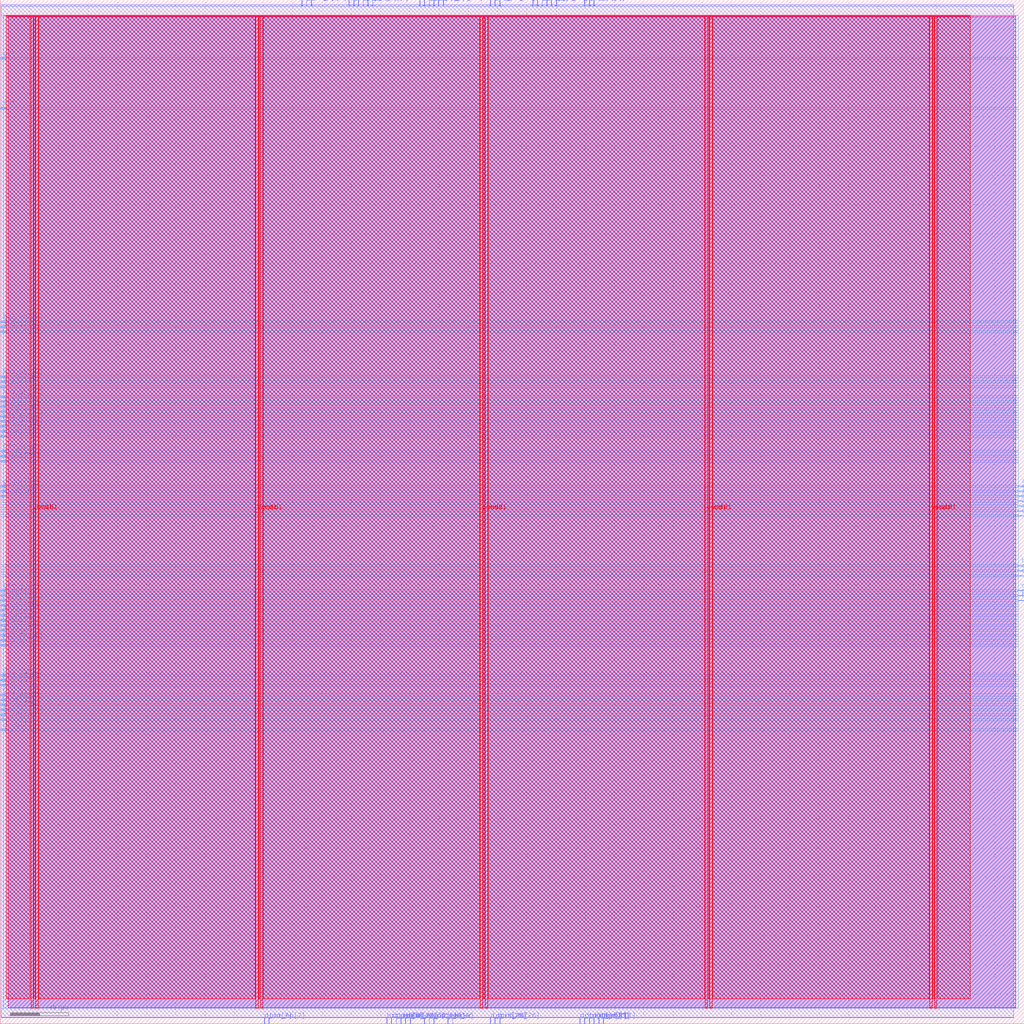
<source format=lef>
VERSION 5.7 ;
  NOWIREEXTENSIONATPIN ON ;
  DIVIDERCHAR "/" ;
  BUSBITCHARS "[]" ;
MACRO ffram
  CLASS BLOCK ;
  FOREIGN ffram ;
  ORIGIN 0.000 0.000 ;
  SIZE 700.000 BY 700.000 ;
  PIN addr[0]
    DIRECTION INPUT ;
    USE SIGNAL ;
    ANTENNAGATEAREA 0.631200 ;
    ANTENNADIFFAREA 0.434700 ;
    PORT
      LAYER met3 ;
        RECT 696.000 346.840 700.000 347.440 ;
    END
  END addr[0]
  PIN addr[1]
    DIRECTION INPUT ;
    USE SIGNAL ;
    ANTENNAGATEAREA 0.631200 ;
    ANTENNADIFFAREA 0.434700 ;
    PORT
      LAYER met3 ;
        RECT 696.000 350.240 700.000 350.840 ;
    END
  END addr[1]
  PIN addr[2]
    DIRECTION INPUT ;
    USE SIGNAL ;
    ANTENNAGATEAREA 0.631200 ;
    ANTENNADIFFAREA 0.434700 ;
    PORT
      LAYER met3 ;
        RECT 696.000 353.640 700.000 354.240 ;
    END
  END addr[2]
  PIN addr[3]
    DIRECTION INPUT ;
    USE SIGNAL ;
    ANTENNAGATEAREA 0.593700 ;
    ANTENNADIFFAREA 0.434700 ;
    PORT
      LAYER met3 ;
        RECT 696.000 357.040 700.000 357.640 ;
    END
  END addr[3]
  PIN addr[4]
    DIRECTION INPUT ;
    USE SIGNAL ;
    ANTENNAGATEAREA 0.631200 ;
    ANTENNADIFFAREA 0.434700 ;
    PORT
      LAYER met3 ;
        RECT 696.000 360.440 700.000 361.040 ;
    END
  END addr[4]
  PIN addr[5]
    DIRECTION INPUT ;
    USE SIGNAL ;
    ANTENNAGATEAREA 0.560700 ;
    ANTENNADIFFAREA 0.434700 ;
    PORT
      LAYER met3 ;
        RECT 696.000 363.840 700.000 364.440 ;
    END
  END addr[5]
  PIN addr[6]
    DIRECTION INPUT ;
    USE SIGNAL ;
    ANTENNAGATEAREA 0.560700 ;
    ANTENNADIFFAREA 0.434700 ;
    PORT
      LAYER met3 ;
        RECT 696.000 367.240 700.000 367.840 ;
    END
  END addr[6]
  PIN bit_en[0]
    DIRECTION INPUT ;
    USE SIGNAL ;
    ANTENNAGATEAREA 0.631200 ;
    ANTENNADIFFAREA 0.434700 ;
    PORT
      LAYER met2 ;
        RECT 264.130 0.000 264.410 4.000 ;
    END
  END bit_en[0]
  PIN bit_en[10]
    DIRECTION INPUT ;
    USE SIGNAL ;
    ANTENNAGATEAREA 0.647700 ;
    ANTENNADIFFAREA 0.434700 ;
    PORT
      LAYER met2 ;
        RECT 296.330 0.000 296.610 4.000 ;
    END
  END bit_en[10]
  PIN bit_en[11]
    DIRECTION INPUT ;
    USE SIGNAL ;
    ANTENNAGATEAREA 0.631200 ;
    ANTENNADIFFAREA 0.434700 ;
    PORT
      LAYER met3 ;
        RECT 0.000 258.440 4.000 259.040 ;
    END
  END bit_en[11]
  PIN bit_en[12]
    DIRECTION INPUT ;
    USE SIGNAL ;
    ANTENNAGATEAREA 0.631200 ;
    ANTENNADIFFAREA 0.434700 ;
    PORT
      LAYER met3 ;
        RECT 0.000 479.440 4.000 480.040 ;
    END
  END bit_en[12]
  PIN bit_en[13]
    DIRECTION INPUT ;
    USE SIGNAL ;
    ANTENNAGATEAREA 0.560700 ;
    ANTENNADIFFAREA 0.434700 ;
    PORT
      LAYER met2 ;
        RECT 402.590 0.000 402.870 4.000 ;
    END
  END bit_en[13]
  PIN bit_en[14]
    DIRECTION INPUT ;
    USE SIGNAL ;
    ANTENNAGATEAREA 0.631200 ;
    ANTENNADIFFAREA 0.434700 ;
    PORT
      LAYER met2 ;
        RECT 286.670 696.000 286.950 700.000 ;
    END
  END bit_en[14]
  PIN bit_en[15]
    DIRECTION INPUT ;
    USE SIGNAL ;
    ANTENNAGATEAREA 0.631200 ;
    ANTENNADIFFAREA 0.434700 ;
    PORT
      LAYER met3 ;
        RECT 0.000 428.440 4.000 429.040 ;
    END
  END bit_en[15]
  PIN bit_en[16]
    DIRECTION INPUT ;
    USE SIGNAL ;
    ANTENNAGATEAREA 0.560700 ;
    ANTENNADIFFAREA 0.434700 ;
    PORT
      LAYER met3 ;
        RECT 0.000 210.840 4.000 211.440 ;
    END
  END bit_en[16]
  PIN bit_en[17]
    DIRECTION INPUT ;
    USE SIGNAL ;
    ANTENNAGATEAREA 0.631200 ;
    ANTENNADIFFAREA 0.434700 ;
    PORT
      LAYER met2 ;
        RECT 338.190 696.000 338.470 700.000 ;
    END
  END bit_en[17]
  PIN bit_en[18]
    DIRECTION INPUT ;
    USE SIGNAL ;
    ANTENNAGATEAREA 0.631200 ;
    ANTENNADIFFAREA 0.434700 ;
    PORT
      LAYER met3 ;
        RECT 0.000 442.040 4.000 442.640 ;
    END
  END bit_en[18]
  PIN bit_en[19]
    DIRECTION INPUT ;
    USE SIGNAL ;
    ANTENNAGATEAREA 0.631200 ;
    ANTENNADIFFAREA 0.434700 ;
    PORT
      LAYER met3 ;
        RECT 0.000 411.440 4.000 412.040 ;
    END
  END bit_en[19]
  PIN bit_en[1]
    DIRECTION INPUT ;
    USE SIGNAL ;
    ANTENNAGATEAREA 0.631200 ;
    ANTENNADIFFAREA 0.434700 ;
    PORT
      LAYER met2 ;
        RECT 405.810 0.000 406.090 4.000 ;
    END
  END bit_en[1]
  PIN bit_en[20]
    DIRECTION INPUT ;
    USE SIGNAL ;
    ANTENNAGATEAREA 0.631200 ;
    ANTENNADIFFAREA 0.434700 ;
    PORT
      LAYER met3 ;
        RECT 0.000 261.840 4.000 262.440 ;
    END
  END bit_en[20]
  PIN bit_en[21]
    DIRECTION INPUT ;
    USE SIGNAL ;
    ANTENNAGATEAREA 0.631200 ;
    ANTENNADIFFAREA 0.434700 ;
    PORT
      LAYER met2 ;
        RECT 373.610 696.000 373.890 700.000 ;
    END
  END bit_en[21]
  PIN bit_en[22]
    DIRECTION INPUT ;
    USE SIGNAL ;
    ANTENNAGATEAREA 0.631200 ;
    ANTENNADIFFAREA 0.434700 ;
    PORT
      LAYER met2 ;
        RECT 280.230 0.000 280.510 4.000 ;
    END
  END bit_en[22]
  PIN bit_en[23]
    DIRECTION INPUT ;
    USE SIGNAL ;
    ANTENNAGATEAREA 0.631200 ;
    ANTENNADIFFAREA 0.434700 ;
    PORT
      LAYER met3 ;
        RECT 0.000 408.040 4.000 408.640 ;
    END
  END bit_en[23]
  PIN bit_en[24]
    DIRECTION INPUT ;
    USE SIGNAL ;
    ANTENNAGATEAREA 0.631200 ;
    ANTENNADIFFAREA 0.434700 ;
    PORT
      LAYER met3 ;
        RECT 0.000 363.840 4.000 364.440 ;
    END
  END bit_en[24]
  PIN bit_en[25]
    DIRECTION INPUT ;
    USE SIGNAL ;
    ANTENNAGATEAREA 0.593700 ;
    ANTENNADIFFAREA 0.434700 ;
    PORT
      LAYER met3 ;
        RECT 696.000 289.040 700.000 289.640 ;
    END
  END bit_en[25]
  PIN bit_en[26]
    DIRECTION INPUT ;
    USE SIGNAL ;
    ANTENNAGATEAREA 0.647700 ;
    ANTENNADIFFAREA 0.434700 ;
    PORT
      LAYER met2 ;
        RECT 341.410 0.000 341.690 4.000 ;
    END
  END bit_en[26]
  PIN bit_en[27]
    DIRECTION INPUT ;
    USE SIGNAL ;
    ANTENNAGATEAREA 0.631200 ;
    ANTENNADIFFAREA 0.434700 ;
    PORT
      LAYER met3 ;
        RECT 0.000 391.040 4.000 391.640 ;
    END
  END bit_en[27]
  PIN bit_en[28]
    DIRECTION INPUT ;
    USE SIGNAL ;
    ANTENNAGATEAREA 0.631200 ;
    ANTENNADIFFAREA 0.434700 ;
    PORT
      LAYER met3 ;
        RECT 0.000 285.640 4.000 286.240 ;
    END
  END bit_en[28]
  PIN bit_en[29]
    DIRECTION INPUT ;
    USE SIGNAL ;
    ANTENNAGATEAREA 0.631200 ;
    ANTENNADIFFAREA 0.434700 ;
    PORT
      LAYER met2 ;
        RECT 248.030 696.000 248.310 700.000 ;
    END
  END bit_en[29]
  PIN bit_en[2]
    DIRECTION INPUT ;
    USE SIGNAL ;
    ANTENNAGATEAREA 0.647700 ;
    ANTENNADIFFAREA 0.434700 ;
    PORT
      LAYER met3 ;
        RECT 0.000 295.840 4.000 296.440 ;
    END
  END bit_en[2]
  PIN bit_en[30]
    DIRECTION INPUT ;
    USE SIGNAL ;
    ANTENNAGATEAREA 0.631200 ;
    ANTENNADIFFAREA 0.434700 ;
    PORT
      LAYER met2 ;
        RECT 302.770 696.000 303.050 700.000 ;
    END
  END bit_en[30]
  PIN bit_en[31]
    DIRECTION INPUT ;
    USE SIGNAL ;
    ANTENNAGATEAREA 0.647700 ;
    ANTENNADIFFAREA 0.434700 ;
    PORT
      LAYER met3 ;
        RECT 0.000 221.040 4.000 221.640 ;
    END
  END bit_en[31]
  PIN bit_en[3]
    DIRECTION INPUT ;
    USE SIGNAL ;
    ANTENNAGATEAREA 0.631200 ;
    ANTENNADIFFAREA 0.434700 ;
    PORT
      LAYER met2 ;
        RECT 363.950 696.000 364.230 700.000 ;
    END
  END bit_en[3]
  PIN bit_en[4]
    DIRECTION INPUT ;
    USE SIGNAL ;
    ANTENNAGATEAREA 0.631200 ;
    ANTENNADIFFAREA 0.434700 ;
    PORT
      LAYER met2 ;
        RECT 212.610 696.000 212.890 700.000 ;
    END
  END bit_en[4]
  PIN bit_en[5]
    DIRECTION INPUT ;
    USE SIGNAL ;
    ANTENNAGATEAREA 0.631200 ;
    ANTENNADIFFAREA 0.434700 ;
    PORT
      LAYER met3 ;
        RECT 0.000 234.640 4.000 235.240 ;
    END
  END bit_en[5]
  PIN bit_en[6]
    DIRECTION INPUT ;
    USE SIGNAL ;
    ANTENNAGATEAREA 0.631200 ;
    ANTENNADIFFAREA 0.434700 ;
    PORT
      LAYER met2 ;
        RECT 402.590 696.000 402.870 700.000 ;
    END
  END bit_en[6]
  PIN bit_en[7]
    DIRECTION INPUT ;
    USE SIGNAL ;
    ANTENNAGATEAREA 0.631200 ;
    ANTENNADIFFAREA 0.434700 ;
    PORT
      LAYER met2 ;
        RECT 183.630 0.000 183.910 4.000 ;
    END
  END bit_en[7]
  PIN bit_en[8]
    DIRECTION INPUT ;
    USE SIGNAL ;
    ANTENNAGATEAREA 0.593700 ;
    ANTENNADIFFAREA 0.434700 ;
    PORT
      LAYER met3 ;
        RECT 696.000 312.840 700.000 313.440 ;
    END
  END bit_en[8]
  PIN bit_en[9]
    DIRECTION INPUT ;
    USE SIGNAL ;
    ANTENNAGATEAREA 0.647700 ;
    ANTENNADIFFAREA 0.434700 ;
    PORT
      LAYER met2 ;
        RECT 241.590 696.000 241.870 700.000 ;
    END
  END bit_en[9]
  PIN clk
    DIRECTION INPUT ;
    USE SIGNAL ;
    ANTENNAGATEAREA 1.286700 ;
    ANTENNADIFFAREA 0.434700 ;
    PORT
      LAYER met3 ;
        RECT 0.000 659.640 4.000 660.240 ;
    END
  END clk
  PIN d_in[0]
    DIRECTION INPUT ;
    USE SIGNAL ;
    ANTENNAGATEAREA 0.631200 ;
    ANTENNADIFFAREA 0.434700 ;
    PORT
      LAYER met2 ;
        RECT 270.570 0.000 270.850 4.000 ;
    END
  END d_in[0]
  PIN d_in[10]
    DIRECTION INPUT ;
    USE SIGNAL ;
    ANTENNAGATEAREA 0.647700 ;
    ANTENNADIFFAREA 0.434700 ;
    PORT
      LAYER met2 ;
        RECT 289.890 0.000 290.170 4.000 ;
    END
  END d_in[10]
  PIN d_in[11]
    DIRECTION INPUT ;
    USE SIGNAL ;
    ANTENNAGATEAREA 0.631200 ;
    ANTENNADIFFAREA 0.434700 ;
    PORT
      LAYER met3 ;
        RECT 0.000 275.440 4.000 276.040 ;
    END
  END d_in[11]
  PIN d_in[12]
    DIRECTION INPUT ;
    USE SIGNAL ;
    ANTENNAGATEAREA 0.631200 ;
    ANTENNADIFFAREA 0.434700 ;
    PORT
      LAYER met3 ;
        RECT 0.000 476.040 4.000 476.640 ;
    END
  END d_in[12]
  PIN d_in[13]
    DIRECTION INPUT ;
    USE SIGNAL ;
    ANTENNAGATEAREA 0.631200 ;
    ANTENNADIFFAREA 0.434700 ;
    PORT
      LAYER met2 ;
        RECT 396.150 0.000 396.430 4.000 ;
    END
  END d_in[13]
  PIN d_in[14]
    DIRECTION INPUT ;
    USE SIGNAL ;
    ANTENNAGATEAREA 0.631200 ;
    ANTENNADIFFAREA 0.434700 ;
    PORT
      LAYER met2 ;
        RECT 289.890 696.000 290.170 700.000 ;
    END
  END d_in[14]
  PIN d_in[15]
    DIRECTION INPUT ;
    USE SIGNAL ;
    ANTENNAGATEAREA 0.631200 ;
    ANTENNADIFFAREA 0.434700 ;
    PORT
      LAYER met3 ;
        RECT 0.000 425.040 4.000 425.640 ;
    END
  END d_in[15]
  PIN d_in[16]
    DIRECTION INPUT ;
    USE SIGNAL ;
    ANTENNAGATEAREA 0.631200 ;
    ANTENNADIFFAREA 0.434700 ;
    PORT
      LAYER met3 ;
        RECT 0.000 207.440 4.000 208.040 ;
    END
  END d_in[16]
  PIN d_in[17]
    DIRECTION INPUT ;
    USE SIGNAL ;
    ANTENNAGATEAREA 0.631200 ;
    ANTENNADIFFAREA 0.434700 ;
    PORT
      LAYER met2 ;
        RECT 334.970 696.000 335.250 700.000 ;
    END
  END d_in[17]
  PIN d_in[18]
    DIRECTION INPUT ;
    USE SIGNAL ;
    ANTENNAGATEAREA 0.631200 ;
    ANTENNADIFFAREA 0.434700 ;
    PORT
      LAYER met3 ;
        RECT 0.000 435.240 4.000 435.840 ;
    END
  END d_in[18]
  PIN d_in[19]
    DIRECTION INPUT ;
    USE SIGNAL ;
    ANTENNAGATEAREA 0.631200 ;
    ANTENNADIFFAREA 0.434700 ;
    PORT
      LAYER met3 ;
        RECT 0.000 414.840 4.000 415.440 ;
    END
  END d_in[19]
  PIN d_in[1]
    DIRECTION INPUT ;
    USE SIGNAL ;
    ANTENNAGATEAREA 0.631200 ;
    ANTENNADIFFAREA 0.434700 ;
    PORT
      LAYER met2 ;
        RECT 409.030 0.000 409.310 4.000 ;
    END
  END d_in[1]
  PIN d_in[20]
    DIRECTION INPUT ;
    USE SIGNAL ;
    ANTENNAGATEAREA 0.631200 ;
    ANTENNADIFFAREA 0.434700 ;
    PORT
      LAYER met3 ;
        RECT 0.000 265.240 4.000 265.840 ;
    END
  END d_in[20]
  PIN d_in[21]
    DIRECTION INPUT ;
    USE SIGNAL ;
    ANTENNAGATEAREA 0.631200 ;
    ANTENNADIFFAREA 0.434700 ;
    PORT
      LAYER met2 ;
        RECT 380.050 696.000 380.330 700.000 ;
    END
  END d_in[21]
  PIN d_in[22]
    DIRECTION INPUT ;
    USE SIGNAL ;
    ANTENNAGATEAREA 0.631200 ;
    ANTENNADIFFAREA 0.434700 ;
    PORT
      LAYER met2 ;
        RECT 277.010 0.000 277.290 4.000 ;
    END
  END d_in[22]
  PIN d_in[23]
    DIRECTION INPUT ;
    USE SIGNAL ;
    ANTENNAGATEAREA 0.631200 ;
    ANTENNADIFFAREA 0.434700 ;
    PORT
      LAYER met3 ;
        RECT 0.000 401.240 4.000 401.840 ;
    END
  END d_in[23]
  PIN d_in[24]
    DIRECTION INPUT ;
    USE SIGNAL ;
    ANTENNAGATEAREA 0.631200 ;
    ANTENNADIFFAREA 0.434700 ;
    PORT
      LAYER met3 ;
        RECT 0.000 360.440 4.000 361.040 ;
    END
  END d_in[24]
  PIN d_in[25]
    DIRECTION INPUT ;
    USE SIGNAL ;
    ANTENNAGATEAREA 0.593700 ;
    ANTENNADIFFAREA 0.434700 ;
    PORT
      LAYER met3 ;
        RECT 696.000 295.840 700.000 296.440 ;
    END
  END d_in[25]
  PIN d_in[26]
    DIRECTION INPUT ;
    USE SIGNAL ;
    ANTENNAGATEAREA 0.647700 ;
    ANTENNADIFFAREA 0.434700 ;
    PORT
      LAYER met2 ;
        RECT 338.190 0.000 338.470 4.000 ;
    END
  END d_in[26]
  PIN d_in[27]
    DIRECTION INPUT ;
    USE SIGNAL ;
    ANTENNAGATEAREA 0.631200 ;
    ANTENNADIFFAREA 0.434700 ;
    PORT
      LAYER met3 ;
        RECT 0.000 387.640 4.000 388.240 ;
    END
  END d_in[27]
  PIN d_in[28]
    DIRECTION INPUT ;
    USE SIGNAL ;
    ANTENNAGATEAREA 0.631200 ;
    ANTENNADIFFAREA 0.434700 ;
    PORT
      LAYER met3 ;
        RECT 0.000 278.840 4.000 279.440 ;
    END
  END d_in[28]
  PIN d_in[29]
    DIRECTION INPUT ;
    USE SIGNAL ;
    ANTENNAGATEAREA 0.631200 ;
    ANTENNADIFFAREA 0.434700 ;
    PORT
      LAYER met2 ;
        RECT 251.250 696.000 251.530 700.000 ;
    END
  END d_in[29]
  PIN d_in[2]
    DIRECTION INPUT ;
    USE SIGNAL ;
    ANTENNAGATEAREA 0.647700 ;
    ANTENNADIFFAREA 0.434700 ;
    PORT
      LAYER met3 ;
        RECT 0.000 289.040 4.000 289.640 ;
    END
  END d_in[2]
  PIN d_in[30]
    DIRECTION INPUT ;
    USE SIGNAL ;
    ANTENNAGATEAREA 0.631200 ;
    ANTENNADIFFAREA 0.434700 ;
    PORT
      LAYER met2 ;
        RECT 299.550 696.000 299.830 700.000 ;
    END
  END d_in[30]
  PIN d_in[31]
    DIRECTION INPUT ;
    USE SIGNAL ;
    ANTENNAGATEAREA 0.647700 ;
    ANTENNADIFFAREA 0.434700 ;
    PORT
      LAYER met3 ;
        RECT 0.000 217.640 4.000 218.240 ;
    END
  END d_in[31]
  PIN d_in[3]
    DIRECTION INPUT ;
    USE SIGNAL ;
    ANTENNAGATEAREA 0.631200 ;
    ANTENNADIFFAREA 0.434700 ;
    PORT
      LAYER met2 ;
        RECT 367.170 696.000 367.450 700.000 ;
    END
  END d_in[3]
  PIN d_in[4]
    DIRECTION INPUT ;
    USE SIGNAL ;
    ANTENNAGATEAREA 0.631200 ;
    ANTENNADIFFAREA 0.434700 ;
    PORT
      LAYER met2 ;
        RECT 209.390 696.000 209.670 700.000 ;
    END
  END d_in[4]
  PIN d_in[5]
    DIRECTION INPUT ;
    USE SIGNAL ;
    ANTENNAGATEAREA 0.631200 ;
    ANTENNADIFFAREA 0.434700 ;
    PORT
      LAYER met3 ;
        RECT 0.000 231.240 4.000 231.840 ;
    END
  END d_in[5]
  PIN d_in[6]
    DIRECTION INPUT ;
    USE SIGNAL ;
    ANTENNAGATEAREA 0.631200 ;
    ANTENNADIFFAREA 0.434700 ;
    PORT
      LAYER met2 ;
        RECT 405.810 696.000 406.090 700.000 ;
    END
  END d_in[6]
  PIN d_in[7]
    DIRECTION INPUT ;
    USE SIGNAL ;
    ANTENNAGATEAREA 0.631200 ;
    ANTENNADIFFAREA 0.434700 ;
    PORT
      LAYER met2 ;
        RECT 180.410 0.000 180.690 4.000 ;
    END
  END d_in[7]
  PIN d_in[8]
    DIRECTION INPUT ;
    USE SIGNAL ;
    ANTENNAGATEAREA 0.593700 ;
    ANTENNADIFFAREA 0.434700 ;
    PORT
      LAYER met3 ;
        RECT 696.000 309.440 700.000 310.040 ;
    END
  END d_in[8]
  PIN d_in[9]
    DIRECTION INPUT ;
    USE SIGNAL ;
    ANTENNAGATEAREA 0.647700 ;
    ANTENNADIFFAREA 0.434700 ;
    PORT
      LAYER met2 ;
        RECT 238.370 696.000 238.650 700.000 ;
    END
  END d_in[9]
  PIN d_out[0]
    DIRECTION OUTPUT ;
    USE SIGNAL ;
    ANTENNADIFFAREA 0.445500 ;
    PORT
      LAYER met2 ;
        RECT 267.350 0.000 267.630 4.000 ;
    END
  END d_out[0]
  PIN d_out[10]
    DIRECTION OUTPUT ;
    USE SIGNAL ;
    ANTENNADIFFAREA 0.445500 ;
    PORT
      LAYER met2 ;
        RECT 293.110 0.000 293.390 4.000 ;
    END
  END d_out[10]
  PIN d_out[11]
    DIRECTION OUTPUT ;
    USE SIGNAL ;
    ANTENNADIFFAREA 0.445500 ;
    PORT
      LAYER met3 ;
        RECT 0.000 272.040 4.000 272.640 ;
    END
  END d_out[11]
  PIN d_out[12]
    DIRECTION OUTPUT ;
    USE SIGNAL ;
    ANTENNADIFFAREA 0.445500 ;
    PORT
      LAYER met3 ;
        RECT 0.000 472.640 4.000 473.240 ;
    END
  END d_out[12]
  PIN d_out[13]
    DIRECTION OUTPUT ;
    USE SIGNAL ;
    ANTENNADIFFAREA 0.445500 ;
    PORT
      LAYER met2 ;
        RECT 399.370 0.000 399.650 4.000 ;
    END
  END d_out[13]
  PIN d_out[14]
    DIRECTION OUTPUT ;
    USE SIGNAL ;
    ANTENNADIFFAREA 0.445500 ;
    PORT
      LAYER met2 ;
        RECT 296.330 696.000 296.610 700.000 ;
    END
  END d_out[14]
  PIN d_out[15]
    DIRECTION OUTPUT ;
    USE SIGNAL ;
    ANTENNADIFFAREA 0.445500 ;
    PORT
      LAYER met3 ;
        RECT 0.000 421.640 4.000 422.240 ;
    END
  END d_out[15]
  PIN d_out[16]
    DIRECTION OUTPUT ;
    USE SIGNAL ;
    ANTENNADIFFAREA 0.445500 ;
    PORT
      LAYER met3 ;
        RECT 0.000 214.240 4.000 214.840 ;
    END
  END d_out[16]
  PIN d_out[17]
    DIRECTION OUTPUT ;
    USE SIGNAL ;
    ANTENNADIFFAREA 0.445500 ;
    PORT
      LAYER met2 ;
        RECT 341.410 696.000 341.690 700.000 ;
    END
  END d_out[17]
  PIN d_out[18]
    DIRECTION OUTPUT ;
    USE SIGNAL ;
    ANTENNADIFFAREA 0.445500 ;
    PORT
      LAYER met3 ;
        RECT 0.000 438.640 4.000 439.240 ;
    END
  END d_out[18]
  PIN d_out[19]
    DIRECTION OUTPUT ;
    USE SIGNAL ;
    ANTENNADIFFAREA 0.445500 ;
    PORT
      LAYER met3 ;
        RECT 0.000 418.240 4.000 418.840 ;
    END
  END d_out[19]
  PIN d_out[1]
    DIRECTION OUTPUT ;
    USE SIGNAL ;
    ANTENNADIFFAREA 0.445500 ;
    PORT
      LAYER met2 ;
        RECT 412.250 0.000 412.530 4.000 ;
    END
  END d_out[1]
  PIN d_out[20]
    DIRECTION OUTPUT ;
    USE SIGNAL ;
    ANTENNADIFFAREA 0.445500 ;
    PORT
      LAYER met3 ;
        RECT 0.000 268.640 4.000 269.240 ;
    END
  END d_out[20]
  PIN d_out[21]
    DIRECTION OUTPUT ;
    USE SIGNAL ;
    ANTENNADIFFAREA 0.445500 ;
    PORT
      LAYER met2 ;
        RECT 376.830 696.000 377.110 700.000 ;
    END
  END d_out[21]
  PIN d_out[22]
    DIRECTION OUTPUT ;
    USE SIGNAL ;
    ANTENNADIFFAREA 0.445500 ;
    PORT
      LAYER met2 ;
        RECT 273.790 0.000 274.070 4.000 ;
    END
  END d_out[22]
  PIN d_out[23]
    DIRECTION OUTPUT ;
    USE SIGNAL ;
    ANTENNADIFFAREA 0.445500 ;
    PORT
      LAYER met3 ;
        RECT 0.000 404.640 4.000 405.240 ;
    END
  END d_out[23]
  PIN d_out[24]
    DIRECTION OUTPUT ;
    USE SIGNAL ;
    ANTENNADIFFAREA 0.445500 ;
    PORT
      LAYER met3 ;
        RECT 0.000 367.240 4.000 367.840 ;
    END
  END d_out[24]
  PIN d_out[25]
    DIRECTION OUTPUT ;
    USE SIGNAL ;
    ANTENNADIFFAREA 0.445500 ;
    PORT
      LAYER met3 ;
        RECT 696.000 292.440 700.000 293.040 ;
    END
  END d_out[25]
  PIN d_out[26]
    DIRECTION OUTPUT ;
    USE SIGNAL ;
    ANTENNADIFFAREA 0.445500 ;
    PORT
      LAYER met2 ;
        RECT 334.970 0.000 335.250 4.000 ;
    END
  END d_out[26]
  PIN d_out[27]
    DIRECTION OUTPUT ;
    USE SIGNAL ;
    ANTENNADIFFAREA 0.445500 ;
    PORT
      LAYER met3 ;
        RECT 0.000 384.240 4.000 384.840 ;
    END
  END d_out[27]
  PIN d_out[28]
    DIRECTION OUTPUT ;
    USE SIGNAL ;
    ANTENNADIFFAREA 0.445500 ;
    PORT
      LAYER met3 ;
        RECT 0.000 282.240 4.000 282.840 ;
    END
  END d_out[28]
  PIN d_out[29]
    DIRECTION OUTPUT ;
    USE SIGNAL ;
    ANTENNADIFFAREA 0.445500 ;
    PORT
      LAYER met2 ;
        RECT 254.470 696.000 254.750 700.000 ;
    END
  END d_out[29]
  PIN d_out[2]
    DIRECTION OUTPUT ;
    USE SIGNAL ;
    ANTENNADIFFAREA 0.445500 ;
    PORT
      LAYER met3 ;
        RECT 0.000 292.440 4.000 293.040 ;
    END
  END d_out[2]
  PIN d_out[30]
    DIRECTION OUTPUT ;
    USE SIGNAL ;
    ANTENNADIFFAREA 0.445500 ;
    PORT
      LAYER met2 ;
        RECT 293.110 696.000 293.390 700.000 ;
    END
  END d_out[30]
  PIN d_out[31]
    DIRECTION OUTPUT ;
    USE SIGNAL ;
    ANTENNADIFFAREA 0.445500 ;
    PORT
      LAYER met3 ;
        RECT 0.000 224.440 4.000 225.040 ;
    END
  END d_out[31]
  PIN d_out[3]
    DIRECTION OUTPUT ;
    USE SIGNAL ;
    ANTENNADIFFAREA 0.445500 ;
    PORT
      LAYER met2 ;
        RECT 370.390 696.000 370.670 700.000 ;
    END
  END d_out[3]
  PIN d_out[4]
    DIRECTION OUTPUT ;
    USE SIGNAL ;
    ANTENNADIFFAREA 0.445500 ;
    PORT
      LAYER met2 ;
        RECT 206.170 696.000 206.450 700.000 ;
    END
  END d_out[4]
  PIN d_out[5]
    DIRECTION OUTPUT ;
    USE SIGNAL ;
    ANTENNADIFFAREA 0.445500 ;
    PORT
      LAYER met3 ;
        RECT 0.000 238.040 4.000 238.640 ;
    END
  END d_out[5]
  PIN d_out[6]
    DIRECTION OUTPUT ;
    USE SIGNAL ;
    ANTENNADIFFAREA 0.445500 ;
    PORT
      LAYER met2 ;
        RECT 399.370 696.000 399.650 700.000 ;
    END
  END d_out[6]
  PIN d_out[7]
    DIRECTION OUTPUT ;
    USE SIGNAL ;
    ANTENNADIFFAREA 0.445500 ;
    PORT
      LAYER met3 ;
        RECT 0.000 200.640 4.000 201.240 ;
    END
  END d_out[7]
  PIN d_out[8]
    DIRECTION OUTPUT ;
    USE SIGNAL ;
    ANTENNADIFFAREA 0.445500 ;
    PORT
      LAYER met3 ;
        RECT 696.000 306.040 700.000 306.640 ;
    END
  END d_out[8]
  PIN d_out[9]
    DIRECTION OUTPUT ;
    USE SIGNAL ;
    ANTENNADIFFAREA 0.445500 ;
    PORT
      LAYER met2 ;
        RECT 244.810 696.000 245.090 700.000 ;
    END
  END d_out[9]
  PIN r_en
    DIRECTION INPUT ;
    USE SIGNAL ;
    ANTENNAGATEAREA 0.593700 ;
    ANTENNADIFFAREA 0.434700 ;
    PORT
      LAYER met2 ;
        RECT 305.990 0.000 306.270 4.000 ;
    END
  END r_en
  PIN rst
    DIRECTION INPUT ;
    USE SIGNAL ;
    ANTENNAGATEAREA 0.631200 ;
    ANTENNADIFFAREA 0.434700 ;
    PORT
      LAYER met3 ;
        RECT 0.000 625.640 4.000 626.240 ;
    END
  END rst
  PIN vccd1
    DIRECTION INOUT ;
    USE POWER ;
    PORT
      LAYER met4 ;
        RECT 21.040 10.640 22.640 688.400 ;
    END
    PORT
      LAYER met4 ;
        RECT 174.640 10.640 176.240 688.400 ;
    END
    PORT
      LAYER met4 ;
        RECT 328.240 10.640 329.840 688.400 ;
    END
    PORT
      LAYER met4 ;
        RECT 481.840 10.640 483.440 688.400 ;
    END
    PORT
      LAYER met4 ;
        RECT 635.440 10.640 637.040 688.400 ;
    END
  END vccd1
  PIN vssd1
    DIRECTION INOUT ;
    USE GROUND ;
    PORT
      LAYER met4 ;
        RECT 24.340 10.640 25.940 688.400 ;
    END
    PORT
      LAYER met4 ;
        RECT 177.940 10.640 179.540 688.400 ;
    END
    PORT
      LAYER met4 ;
        RECT 331.540 10.640 333.140 688.400 ;
    END
    PORT
      LAYER met4 ;
        RECT 485.140 10.640 486.740 688.400 ;
    END
    PORT
      LAYER met4 ;
        RECT 638.740 10.640 640.340 688.400 ;
    END
  END vssd1
  PIN wb_en
    DIRECTION INPUT ;
    USE SIGNAL ;
    ANTENNAGATEAREA 0.593700 ;
    ANTENNADIFFAREA 0.434700 ;
    PORT
      LAYER met2 ;
        RECT 309.210 0.000 309.490 4.000 ;
    END
  END wb_en
  OBS
      LAYER nwell ;
        RECT 5.330 10.795 694.330 688.350 ;
      LAYER li1 ;
        RECT 5.520 10.795 694.140 688.245 ;
      LAYER met1 ;
        RECT 1.910 10.640 694.140 689.140 ;
      LAYER met2 ;
        RECT 0.550 695.720 205.890 696.730 ;
        RECT 206.730 695.720 209.110 696.730 ;
        RECT 209.950 695.720 212.330 696.730 ;
        RECT 213.170 695.720 238.090 696.730 ;
        RECT 238.930 695.720 241.310 696.730 ;
        RECT 242.150 695.720 244.530 696.730 ;
        RECT 245.370 695.720 247.750 696.730 ;
        RECT 248.590 695.720 250.970 696.730 ;
        RECT 251.810 695.720 254.190 696.730 ;
        RECT 255.030 695.720 286.390 696.730 ;
        RECT 287.230 695.720 289.610 696.730 ;
        RECT 290.450 695.720 292.830 696.730 ;
        RECT 293.670 695.720 296.050 696.730 ;
        RECT 296.890 695.720 299.270 696.730 ;
        RECT 300.110 695.720 302.490 696.730 ;
        RECT 303.330 695.720 334.690 696.730 ;
        RECT 335.530 695.720 337.910 696.730 ;
        RECT 338.750 695.720 341.130 696.730 ;
        RECT 341.970 695.720 363.670 696.730 ;
        RECT 364.510 695.720 366.890 696.730 ;
        RECT 367.730 695.720 370.110 696.730 ;
        RECT 370.950 695.720 373.330 696.730 ;
        RECT 374.170 695.720 376.550 696.730 ;
        RECT 377.390 695.720 379.770 696.730 ;
        RECT 380.610 695.720 399.090 696.730 ;
        RECT 399.930 695.720 402.310 696.730 ;
        RECT 403.150 695.720 405.530 696.730 ;
        RECT 406.370 695.720 692.670 696.730 ;
        RECT 0.550 4.280 692.670 695.720 ;
        RECT 0.550 4.000 180.130 4.280 ;
        RECT 180.970 4.000 183.350 4.280 ;
        RECT 184.190 4.000 263.850 4.280 ;
        RECT 264.690 4.000 267.070 4.280 ;
        RECT 267.910 4.000 270.290 4.280 ;
        RECT 271.130 4.000 273.510 4.280 ;
        RECT 274.350 4.000 276.730 4.280 ;
        RECT 277.570 4.000 279.950 4.280 ;
        RECT 280.790 4.000 289.610 4.280 ;
        RECT 290.450 4.000 292.830 4.280 ;
        RECT 293.670 4.000 296.050 4.280 ;
        RECT 296.890 4.000 305.710 4.280 ;
        RECT 306.550 4.000 308.930 4.280 ;
        RECT 309.770 4.000 334.690 4.280 ;
        RECT 335.530 4.000 337.910 4.280 ;
        RECT 338.750 4.000 341.130 4.280 ;
        RECT 341.970 4.000 395.870 4.280 ;
        RECT 396.710 4.000 399.090 4.280 ;
        RECT 399.930 4.000 402.310 4.280 ;
        RECT 403.150 4.000 405.530 4.280 ;
        RECT 406.370 4.000 408.750 4.280 ;
        RECT 409.590 4.000 411.970 4.280 ;
        RECT 412.810 4.000 692.670 4.280 ;
      LAYER met3 ;
        RECT 0.525 660.640 696.000 689.345 ;
        RECT 4.400 659.240 696.000 660.640 ;
        RECT 0.525 626.640 696.000 659.240 ;
        RECT 4.400 625.240 696.000 626.640 ;
        RECT 0.525 480.440 696.000 625.240 ;
        RECT 4.400 479.040 696.000 480.440 ;
        RECT 0.525 477.040 696.000 479.040 ;
        RECT 4.400 475.640 696.000 477.040 ;
        RECT 0.525 473.640 696.000 475.640 ;
        RECT 4.400 472.240 696.000 473.640 ;
        RECT 0.525 443.040 696.000 472.240 ;
        RECT 4.400 441.640 696.000 443.040 ;
        RECT 0.525 439.640 696.000 441.640 ;
        RECT 4.400 438.240 696.000 439.640 ;
        RECT 0.525 436.240 696.000 438.240 ;
        RECT 4.400 434.840 696.000 436.240 ;
        RECT 0.525 429.440 696.000 434.840 ;
        RECT 4.400 428.040 696.000 429.440 ;
        RECT 0.525 426.040 696.000 428.040 ;
        RECT 4.400 424.640 696.000 426.040 ;
        RECT 0.525 422.640 696.000 424.640 ;
        RECT 4.400 421.240 696.000 422.640 ;
        RECT 0.525 419.240 696.000 421.240 ;
        RECT 4.400 417.840 696.000 419.240 ;
        RECT 0.525 415.840 696.000 417.840 ;
        RECT 4.400 414.440 696.000 415.840 ;
        RECT 0.525 412.440 696.000 414.440 ;
        RECT 4.400 411.040 696.000 412.440 ;
        RECT 0.525 409.040 696.000 411.040 ;
        RECT 4.400 407.640 696.000 409.040 ;
        RECT 0.525 405.640 696.000 407.640 ;
        RECT 4.400 404.240 696.000 405.640 ;
        RECT 0.525 402.240 696.000 404.240 ;
        RECT 4.400 400.840 696.000 402.240 ;
        RECT 0.525 392.040 696.000 400.840 ;
        RECT 4.400 390.640 696.000 392.040 ;
        RECT 0.525 388.640 696.000 390.640 ;
        RECT 4.400 387.240 696.000 388.640 ;
        RECT 0.525 385.240 696.000 387.240 ;
        RECT 4.400 383.840 696.000 385.240 ;
        RECT 0.525 368.240 696.000 383.840 ;
        RECT 4.400 366.840 695.600 368.240 ;
        RECT 0.525 364.840 696.000 366.840 ;
        RECT 4.400 363.440 695.600 364.840 ;
        RECT 0.525 361.440 696.000 363.440 ;
        RECT 4.400 360.040 695.600 361.440 ;
        RECT 0.525 358.040 696.000 360.040 ;
        RECT 0.525 356.640 695.600 358.040 ;
        RECT 0.525 354.640 696.000 356.640 ;
        RECT 0.525 353.240 695.600 354.640 ;
        RECT 0.525 351.240 696.000 353.240 ;
        RECT 0.525 349.840 695.600 351.240 ;
        RECT 0.525 347.840 696.000 349.840 ;
        RECT 0.525 346.440 695.600 347.840 ;
        RECT 0.525 313.840 696.000 346.440 ;
        RECT 0.525 312.440 695.600 313.840 ;
        RECT 0.525 310.440 696.000 312.440 ;
        RECT 0.525 309.040 695.600 310.440 ;
        RECT 0.525 307.040 696.000 309.040 ;
        RECT 0.525 305.640 695.600 307.040 ;
        RECT 0.525 296.840 696.000 305.640 ;
        RECT 4.400 295.440 695.600 296.840 ;
        RECT 0.525 293.440 696.000 295.440 ;
        RECT 4.400 292.040 695.600 293.440 ;
        RECT 0.525 290.040 696.000 292.040 ;
        RECT 4.400 288.640 695.600 290.040 ;
        RECT 0.525 286.640 696.000 288.640 ;
        RECT 4.400 285.240 696.000 286.640 ;
        RECT 0.525 283.240 696.000 285.240 ;
        RECT 4.400 281.840 696.000 283.240 ;
        RECT 0.525 279.840 696.000 281.840 ;
        RECT 4.400 278.440 696.000 279.840 ;
        RECT 0.525 276.440 696.000 278.440 ;
        RECT 4.400 275.040 696.000 276.440 ;
        RECT 0.525 273.040 696.000 275.040 ;
        RECT 4.400 271.640 696.000 273.040 ;
        RECT 0.525 269.640 696.000 271.640 ;
        RECT 4.400 268.240 696.000 269.640 ;
        RECT 0.525 266.240 696.000 268.240 ;
        RECT 4.400 264.840 696.000 266.240 ;
        RECT 0.525 262.840 696.000 264.840 ;
        RECT 4.400 261.440 696.000 262.840 ;
        RECT 0.525 259.440 696.000 261.440 ;
        RECT 4.400 258.040 696.000 259.440 ;
        RECT 0.525 239.040 696.000 258.040 ;
        RECT 4.400 237.640 696.000 239.040 ;
        RECT 0.525 235.640 696.000 237.640 ;
        RECT 4.400 234.240 696.000 235.640 ;
        RECT 0.525 232.240 696.000 234.240 ;
        RECT 4.400 230.840 696.000 232.240 ;
        RECT 0.525 225.440 696.000 230.840 ;
        RECT 4.400 224.040 696.000 225.440 ;
        RECT 0.525 222.040 696.000 224.040 ;
        RECT 4.400 220.640 696.000 222.040 ;
        RECT 0.525 218.640 696.000 220.640 ;
        RECT 4.400 217.240 696.000 218.640 ;
        RECT 0.525 215.240 696.000 217.240 ;
        RECT 4.400 213.840 696.000 215.240 ;
        RECT 0.525 211.840 696.000 213.840 ;
        RECT 4.400 210.440 696.000 211.840 ;
        RECT 0.525 208.440 696.000 210.440 ;
        RECT 4.400 207.040 696.000 208.440 ;
        RECT 0.525 201.640 696.000 207.040 ;
        RECT 4.400 200.240 696.000 201.640 ;
        RECT 0.525 10.715 696.000 200.240 ;
      LAYER met4 ;
        RECT 3.975 688.800 663.025 689.345 ;
        RECT 3.975 17.175 20.640 688.800 ;
        RECT 23.040 17.175 23.940 688.800 ;
        RECT 26.340 17.175 174.240 688.800 ;
        RECT 176.640 17.175 177.540 688.800 ;
        RECT 179.940 17.175 327.840 688.800 ;
        RECT 330.240 17.175 331.140 688.800 ;
        RECT 333.540 17.175 481.440 688.800 ;
        RECT 483.840 17.175 484.740 688.800 ;
        RECT 487.140 17.175 635.040 688.800 ;
        RECT 637.440 17.175 638.340 688.800 ;
        RECT 640.740 17.175 663.025 688.800 ;
  END
END ffram
END LIBRARY


</source>
